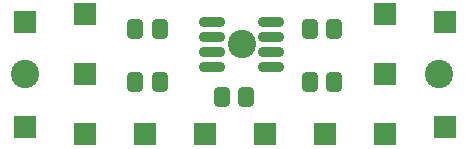
<source format=gts>
%TF.GenerationSoftware,KiCad,Pcbnew,(6.0.5)*%
%TF.CreationDate,2023-09-23T13:50:41+09:00*%
%TF.ProjectId,20230918_Barcoder8,32303233-3039-4313-985f-426172636f64,rev?*%
%TF.SameCoordinates,Original*%
%TF.FileFunction,Soldermask,Top*%
%TF.FilePolarity,Negative*%
%FSLAX46Y46*%
G04 Gerber Fmt 4.6, Leading zero omitted, Abs format (unit mm)*
G04 Created by KiCad (PCBNEW (6.0.5)) date 2023-09-23 13:50:41*
%MOMM*%
%LPD*%
G01*
G04 APERTURE LIST*
G04 Aperture macros list*
%AMRoundRect*
0 Rectangle with rounded corners*
0 $1 Rounding radius*
0 $2 $3 $4 $5 $6 $7 $8 $9 X,Y pos of 4 corners*
0 Add a 4 corners polygon primitive as box body*
4,1,4,$2,$3,$4,$5,$6,$7,$8,$9,$2,$3,0*
0 Add four circle primitives for the rounded corners*
1,1,$1+$1,$2,$3*
1,1,$1+$1,$4,$5*
1,1,$1+$1,$6,$7*
1,1,$1+$1,$8,$9*
0 Add four rect primitives between the rounded corners*
20,1,$1+$1,$2,$3,$4,$5,0*
20,1,$1+$1,$4,$5,$6,$7,0*
20,1,$1+$1,$6,$7,$8,$9,0*
20,1,$1+$1,$8,$9,$2,$3,0*%
G04 Aperture macros list end*
%ADD10RoundRect,0.100000X-0.850000X-0.850000X0.850000X-0.850000X0.850000X0.850000X-0.850000X0.850000X0*%
%ADD11RoundRect,0.350000X-0.337500X-0.475000X0.337500X-0.475000X0.337500X0.475000X-0.337500X0.475000X0*%
%ADD12RoundRect,0.250000X-0.825000X-0.150000X0.825000X-0.150000X0.825000X0.150000X-0.825000X0.150000X0*%
%ADD13C,2.400000*%
G04 APERTURE END LIST*
D10*
%TO.C,REF\u002A\u002A*%
X124460000Y-74295000D03*
%TD*%
D11*
%TO.C,C4*%
X148590000Y-79375000D03*
X150665000Y-79375000D03*
%TD*%
D10*
%TO.C,P1*%
X154940000Y-78740000D03*
%TD*%
%TO.C,G2*%
X149860000Y-83820000D03*
%TD*%
D12*
%TO.C,U1*%
X140335000Y-74295000D03*
X140335000Y-75565000D03*
X140335000Y-76835000D03*
X140335000Y-78105000D03*
X145285000Y-78105000D03*
X145285000Y-76835000D03*
X145285000Y-75565000D03*
X145285000Y-74295000D03*
%TD*%
D11*
%TO.C,C3*%
X133815000Y-74930000D03*
X135890000Y-74930000D03*
%TD*%
D10*
%TO.C,REF\u002A\u002A*%
X124460000Y-83185000D03*
%TD*%
D13*
%TO.C,H2*%
X159500000Y-78740000D03*
%TD*%
D10*
%TO.C,OUT1*%
X154940000Y-83820000D03*
%TD*%
%TO.C,T1*%
X129540000Y-83820000D03*
%TD*%
%TO.C,A1*%
X129540000Y-78740000D03*
%TD*%
D11*
%TO.C,C5*%
X141150000Y-80645000D03*
X143225000Y-80645000D03*
%TD*%
D13*
%TO.C,J1*%
X142810000Y-76200000D03*
%TD*%
%TO.C,H1*%
X124500000Y-78740000D03*
%TD*%
D10*
%TO.C,REF\u002A\u002A*%
X160020000Y-83185000D03*
%TD*%
%TO.C,N1*%
X129540000Y-73660000D03*
%TD*%
%TO.C,BZ1*%
X139700000Y-83820000D03*
%TD*%
%TO.C,V5*%
X154940000Y-73660000D03*
%TD*%
D11*
%TO.C,C1*%
X133815000Y-79375000D03*
X135890000Y-79375000D03*
%TD*%
D10*
%TO.C,BZ2*%
X144780000Y-83820000D03*
%TD*%
%TO.C,REF\u002A\u002A*%
X160020000Y-74295000D03*
%TD*%
%TO.C,G1*%
X134620000Y-83820000D03*
%TD*%
D11*
%TO.C,C2*%
X148590000Y-74930000D03*
X150665000Y-74930000D03*
%TD*%
M02*

</source>
